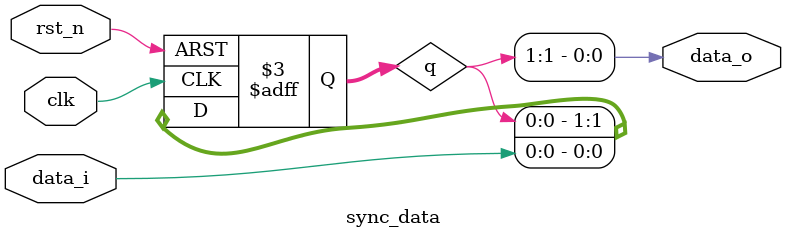
<source format=sv>
/* Single bit data synchronizer */

module sync_data
  #(parameter N = 2)
   (input  wire clk,
    input  wire rst_n,
    input  wire data_i,
    output wire data_o);

   logic [N-1:0] q;

   always_ff @(posedge clk or negedge rst_n)
     if (!rst_n)
       q <= '0;
     else
       q <= {q[N-2:0], data_i};

   assign data_o = q[N-1];
endmodule

</source>
